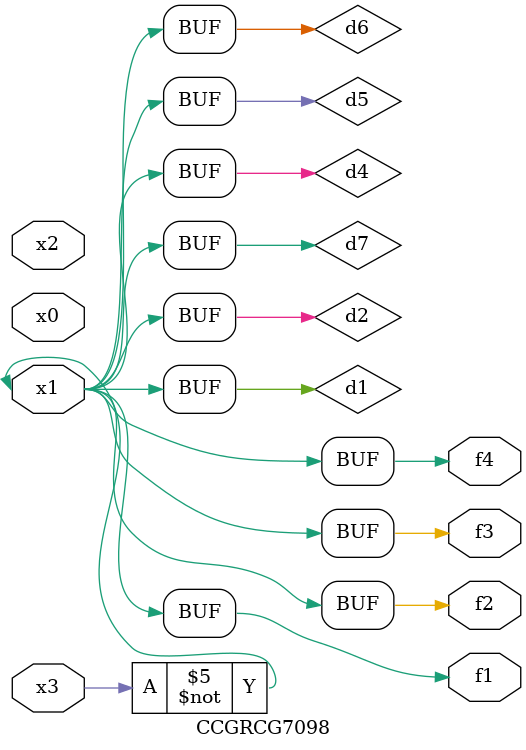
<source format=v>
module CCGRCG7098(
	input x0, x1, x2, x3,
	output f1, f2, f3, f4
);

	wire d1, d2, d3, d4, d5, d6, d7;

	not (d1, x3);
	buf (d2, x1);
	xnor (d3, d1, d2);
	nor (d4, d1);
	buf (d5, d1, d2);
	buf (d6, d4, d5);
	nand (d7, d4);
	assign f1 = d6;
	assign f2 = d7;
	assign f3 = d6;
	assign f4 = d6;
endmodule

</source>
